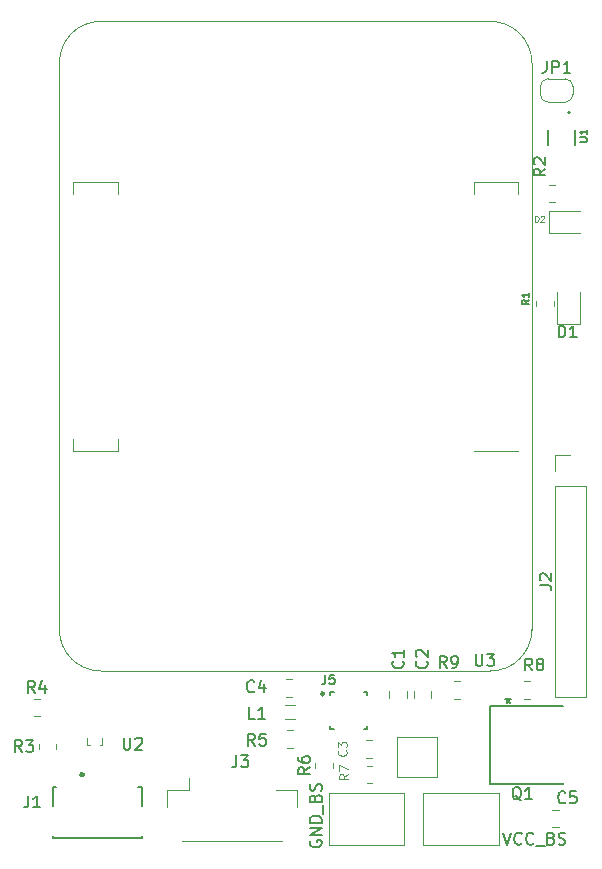
<source format=gbr>
G04 #@! TF.GenerationSoftware,KiCad,Pcbnew,(5.99.0-9568-gb9d26a55f2)*
G04 #@! TF.CreationDate,2021-03-17T08:28:42+01:00*
G04 #@! TF.ProjectId,rpi_cm4_drone_carrier_v01,7270695f-636d-4345-9f64-726f6e655f63,v01*
G04 #@! TF.SameCoordinates,Original*
G04 #@! TF.FileFunction,Legend,Top*
G04 #@! TF.FilePolarity,Positive*
%FSLAX46Y46*%
G04 Gerber Fmt 4.6, Leading zero omitted, Abs format (unit mm)*
G04 Created by KiCad (PCBNEW (5.99.0-9568-gb9d26a55f2)) date 2021-03-17 08:28:42*
%MOMM*%
%LPD*%
G01*
G04 APERTURE LIST*
%ADD10C,0.150000*%
%ADD11C,0.160000*%
%ADD12C,0.120000*%
%ADD13C,0.125000*%
%ADD14C,0.127000*%
%ADD15C,0.200000*%
%ADD16C,0.249999*%
%ADD17C,0.300000*%
G04 APERTURE END LIST*
D10*
X164059523Y-147202380D02*
X164392857Y-148202380D01*
X164726190Y-147202380D01*
X165630952Y-148107142D02*
X165583333Y-148154761D01*
X165440476Y-148202380D01*
X165345238Y-148202380D01*
X165202380Y-148154761D01*
X165107142Y-148059523D01*
X165059523Y-147964285D01*
X165011904Y-147773809D01*
X165011904Y-147630952D01*
X165059523Y-147440476D01*
X165107142Y-147345238D01*
X165202380Y-147250000D01*
X165345238Y-147202380D01*
X165440476Y-147202380D01*
X165583333Y-147250000D01*
X165630952Y-147297619D01*
X166630952Y-148107142D02*
X166583333Y-148154761D01*
X166440476Y-148202380D01*
X166345238Y-148202380D01*
X166202380Y-148154761D01*
X166107142Y-148059523D01*
X166059523Y-147964285D01*
X166011904Y-147773809D01*
X166011904Y-147630952D01*
X166059523Y-147440476D01*
X166107142Y-147345238D01*
X166202380Y-147250000D01*
X166345238Y-147202380D01*
X166440476Y-147202380D01*
X166583333Y-147250000D01*
X166630952Y-147297619D01*
X166821428Y-148297619D02*
X167583333Y-148297619D01*
X168154761Y-147678571D02*
X168297619Y-147726190D01*
X168345238Y-147773809D01*
X168392857Y-147869047D01*
X168392857Y-148011904D01*
X168345238Y-148107142D01*
X168297619Y-148154761D01*
X168202380Y-148202380D01*
X167821428Y-148202380D01*
X167821428Y-147202380D01*
X168154761Y-147202380D01*
X168250000Y-147250000D01*
X168297619Y-147297619D01*
X168345238Y-147392857D01*
X168345238Y-147488095D01*
X168297619Y-147583333D01*
X168250000Y-147630952D01*
X168154761Y-147678571D01*
X167821428Y-147678571D01*
X168773809Y-148154761D02*
X168916666Y-148202380D01*
X169154761Y-148202380D01*
X169250000Y-148154761D01*
X169297619Y-148107142D01*
X169345238Y-148011904D01*
X169345238Y-147916666D01*
X169297619Y-147821428D01*
X169250000Y-147773809D01*
X169154761Y-147726190D01*
X168964285Y-147678571D01*
X168869047Y-147630952D01*
X168821428Y-147583333D01*
X168773809Y-147488095D01*
X168773809Y-147392857D01*
X168821428Y-147297619D01*
X168869047Y-147250000D01*
X168964285Y-147202380D01*
X169202380Y-147202380D01*
X169345238Y-147250000D01*
X147750000Y-147869047D02*
X147702380Y-147964285D01*
X147702380Y-148107142D01*
X147750000Y-148250000D01*
X147845238Y-148345238D01*
X147940476Y-148392857D01*
X148130952Y-148440476D01*
X148273809Y-148440476D01*
X148464285Y-148392857D01*
X148559523Y-148345238D01*
X148654761Y-148250000D01*
X148702380Y-148107142D01*
X148702380Y-148011904D01*
X148654761Y-147869047D01*
X148607142Y-147821428D01*
X148273809Y-147821428D01*
X148273809Y-148011904D01*
X148702380Y-147392857D02*
X147702380Y-147392857D01*
X148702380Y-146821428D01*
X147702380Y-146821428D01*
X148702380Y-146345238D02*
X147702380Y-146345238D01*
X147702380Y-146107142D01*
X147750000Y-145964285D01*
X147845238Y-145869047D01*
X147940476Y-145821428D01*
X148130952Y-145773809D01*
X148273809Y-145773809D01*
X148464285Y-145821428D01*
X148559523Y-145869047D01*
X148654761Y-145964285D01*
X148702380Y-146107142D01*
X148702380Y-146345238D01*
X148797619Y-145583333D02*
X148797619Y-144821428D01*
X148178571Y-144250000D02*
X148226190Y-144107142D01*
X148273809Y-144059523D01*
X148369047Y-144011904D01*
X148511904Y-144011904D01*
X148607142Y-144059523D01*
X148654761Y-144107142D01*
X148702380Y-144202380D01*
X148702380Y-144583333D01*
X147702380Y-144583333D01*
X147702380Y-144250000D01*
X147750000Y-144154761D01*
X147797619Y-144107142D01*
X147892857Y-144059523D01*
X147988095Y-144059523D01*
X148083333Y-144107142D01*
X148130952Y-144154761D01*
X148178571Y-144250000D01*
X148178571Y-144583333D01*
X148654761Y-143630952D02*
X148702380Y-143488095D01*
X148702380Y-143250000D01*
X148654761Y-143154761D01*
X148607142Y-143107142D01*
X148511904Y-143059523D01*
X148416666Y-143059523D01*
X148321428Y-143107142D01*
X148273809Y-143154761D01*
X148226190Y-143250000D01*
X148178571Y-143440476D01*
X148130952Y-143535714D01*
X148083333Y-143583333D01*
X147988095Y-143630952D01*
X147892857Y-143630952D01*
X147797619Y-143583333D01*
X147750000Y-143535714D01*
X147702380Y-143440476D01*
X147702380Y-143202380D01*
X147750000Y-143059523D01*
X143059330Y-139821378D02*
X142725997Y-139345188D01*
X142487901Y-139821378D02*
X142487901Y-138821378D01*
X142868854Y-138821378D01*
X142964092Y-138868998D01*
X143011711Y-138916617D01*
X143059330Y-139011855D01*
X143059330Y-139154712D01*
X143011711Y-139249950D01*
X142964092Y-139297569D01*
X142868854Y-139345188D01*
X142487901Y-139345188D01*
X143964092Y-138821378D02*
X143487901Y-138821378D01*
X143440282Y-139297569D01*
X143487901Y-139249950D01*
X143583139Y-139202331D01*
X143821235Y-139202331D01*
X143916473Y-139249950D01*
X143964092Y-139297569D01*
X144011711Y-139392807D01*
X144011711Y-139630902D01*
X143964092Y-139726140D01*
X143916473Y-139773759D01*
X143821235Y-139821378D01*
X143583139Y-139821378D01*
X143487901Y-139773759D01*
X143440282Y-139726140D01*
D11*
X170549523Y-88687619D02*
X171067619Y-88687619D01*
X171128571Y-88657142D01*
X171159047Y-88626666D01*
X171189523Y-88565714D01*
X171189523Y-88443809D01*
X171159047Y-88382857D01*
X171128571Y-88352380D01*
X171067619Y-88321904D01*
X170549523Y-88321904D01*
X171189523Y-87681904D02*
X171189523Y-88047619D01*
X171189523Y-87864761D02*
X170549523Y-87864761D01*
X170640952Y-87925714D01*
X170701904Y-87986666D01*
X170732380Y-88047619D01*
D12*
X150767857Y-140225000D02*
X150803571Y-140260714D01*
X150839285Y-140367857D01*
X150839285Y-140439285D01*
X150803571Y-140546428D01*
X150732142Y-140617857D01*
X150660714Y-140653571D01*
X150517857Y-140689285D01*
X150410714Y-140689285D01*
X150267857Y-140653571D01*
X150196428Y-140617857D01*
X150125000Y-140546428D01*
X150089285Y-140439285D01*
X150089285Y-140367857D01*
X150125000Y-140260714D01*
X150160714Y-140225000D01*
X150089285Y-139975000D02*
X150089285Y-139510714D01*
X150375000Y-139760714D01*
X150375000Y-139653571D01*
X150410714Y-139582142D01*
X150446428Y-139546428D01*
X150517857Y-139510714D01*
X150696428Y-139510714D01*
X150767857Y-139546428D01*
X150803571Y-139582142D01*
X150839285Y-139653571D01*
X150839285Y-139867857D01*
X150803571Y-139939285D01*
X150767857Y-139975000D01*
D13*
X166780952Y-95476190D02*
X166780952Y-94976190D01*
X166900000Y-94976190D01*
X166971428Y-95000000D01*
X167019047Y-95047619D01*
X167042857Y-95095238D01*
X167066666Y-95190476D01*
X167066666Y-95261904D01*
X167042857Y-95357142D01*
X167019047Y-95404761D01*
X166971428Y-95452380D01*
X166900000Y-95476190D01*
X166780952Y-95476190D01*
X167257142Y-95023809D02*
X167280952Y-95000000D01*
X167328571Y-94976190D01*
X167447619Y-94976190D01*
X167495238Y-95000000D01*
X167519047Y-95023809D01*
X167542857Y-95071428D01*
X167542857Y-95119047D01*
X167519047Y-95190476D01*
X167233333Y-95476190D01*
X167542857Y-95476190D01*
D10*
X141491666Y-140652380D02*
X141491666Y-141366666D01*
X141444047Y-141509523D01*
X141348809Y-141604761D01*
X141205952Y-141652380D01*
X141110714Y-141652380D01*
X141872619Y-140652380D02*
X142491666Y-140652380D01*
X142158333Y-141033333D01*
X142301190Y-141033333D01*
X142396428Y-141080952D01*
X142444047Y-141128571D01*
X142491666Y-141223809D01*
X142491666Y-141461904D01*
X142444047Y-141557142D01*
X142396428Y-141604761D01*
X142301190Y-141652380D01*
X142015476Y-141652380D01*
X141920238Y-141604761D01*
X141872619Y-141557142D01*
X167766666Y-81852380D02*
X167766666Y-82566666D01*
X167719047Y-82709523D01*
X167623809Y-82804761D01*
X167480952Y-82852380D01*
X167385714Y-82852380D01*
X168242857Y-82852380D02*
X168242857Y-81852380D01*
X168623809Y-81852380D01*
X168719047Y-81900000D01*
X168766666Y-81947619D01*
X168814285Y-82042857D01*
X168814285Y-82185714D01*
X168766666Y-82280952D01*
X168719047Y-82328571D01*
X168623809Y-82376190D01*
X168242857Y-82376190D01*
X169766666Y-82852380D02*
X169195238Y-82852380D01*
X169480952Y-82852380D02*
X169480952Y-81852380D01*
X169385714Y-81995238D01*
X169290476Y-82090476D01*
X169195238Y-82138095D01*
X161738095Y-132052380D02*
X161738095Y-132861904D01*
X161785714Y-132957142D01*
X161833333Y-133004761D01*
X161928571Y-133052380D01*
X162119047Y-133052380D01*
X162214285Y-133004761D01*
X162261904Y-132957142D01*
X162309523Y-132861904D01*
X162309523Y-132052380D01*
X162690476Y-132052380D02*
X163309523Y-132052380D01*
X162976190Y-132433333D01*
X163119047Y-132433333D01*
X163214285Y-132480952D01*
X163261904Y-132528571D01*
X163309523Y-132623809D01*
X163309523Y-132861904D01*
X163261904Y-132957142D01*
X163214285Y-133004761D01*
X163119047Y-133052380D01*
X162833333Y-133052380D01*
X162738095Y-133004761D01*
X162690476Y-132957142D01*
X164500000Y-135752380D02*
X164500000Y-135990476D01*
X164261904Y-135895238D02*
X164500000Y-135990476D01*
X164738095Y-135895238D01*
X164357142Y-136180952D02*
X164500000Y-135990476D01*
X164642857Y-136180952D01*
X149016548Y-133811904D02*
X149016548Y-134383333D01*
X148978452Y-134497619D01*
X148902262Y-134573809D01*
X148787976Y-134611905D01*
X148711785Y-134611905D01*
X149778453Y-133811904D02*
X149397501Y-133811904D01*
X149359405Y-134192857D01*
X149397501Y-134154761D01*
X149473691Y-134116666D01*
X149664168Y-134116666D01*
X149740358Y-134154761D01*
X149778453Y-134192857D01*
X149816549Y-134269047D01*
X149816549Y-134459524D01*
X149778453Y-134535714D01*
X149740358Y-134573809D01*
X149664168Y-134611905D01*
X149473691Y-134611905D01*
X149397501Y-134573809D01*
X149359405Y-134535714D01*
X169333333Y-144607142D02*
X169285714Y-144654761D01*
X169142857Y-144702380D01*
X169047619Y-144702380D01*
X168904761Y-144654761D01*
X168809523Y-144559523D01*
X168761904Y-144464285D01*
X168714285Y-144273809D01*
X168714285Y-144130952D01*
X168761904Y-143940476D01*
X168809523Y-143845238D01*
X168904761Y-143750000D01*
X169047619Y-143702380D01*
X169142857Y-143702380D01*
X169285714Y-143750000D01*
X169333333Y-143797619D01*
X170238095Y-143702380D02*
X169761904Y-143702380D01*
X169714285Y-144178571D01*
X169761904Y-144130952D01*
X169857142Y-144083333D01*
X170095238Y-144083333D01*
X170190476Y-144130952D01*
X170238095Y-144178571D01*
X170285714Y-144273809D01*
X170285714Y-144511904D01*
X170238095Y-144607142D01*
X170190476Y-144654761D01*
X170095238Y-144702380D01*
X169857142Y-144702380D01*
X169761904Y-144654761D01*
X169714285Y-144607142D01*
X168761904Y-105252380D02*
X168761904Y-104252380D01*
X169000000Y-104252380D01*
X169142857Y-104300000D01*
X169238095Y-104395238D01*
X169285714Y-104490476D01*
X169333333Y-104680952D01*
X169333333Y-104823809D01*
X169285714Y-105014285D01*
X169238095Y-105109523D01*
X169142857Y-105204761D01*
X169000000Y-105252380D01*
X168761904Y-105252380D01*
X170285714Y-105252380D02*
X169714285Y-105252380D01*
X170000000Y-105252380D02*
X170000000Y-104252380D01*
X169904761Y-104395238D01*
X169809523Y-104490476D01*
X169714285Y-104538095D01*
X123866362Y-144051880D02*
X123866362Y-144766818D01*
X123818699Y-144909806D01*
X123723374Y-145005131D01*
X123580387Y-145052793D01*
X123485062Y-145052793D01*
X124867275Y-145052793D02*
X124295325Y-145052793D01*
X124581300Y-145052793D02*
X124581300Y-144051880D01*
X124485975Y-144194868D01*
X124390650Y-144290193D01*
X124295325Y-144337856D01*
X157587142Y-132666666D02*
X157634761Y-132714285D01*
X157682380Y-132857142D01*
X157682380Y-132952380D01*
X157634761Y-133095238D01*
X157539523Y-133190476D01*
X157444285Y-133238095D01*
X157253809Y-133285714D01*
X157110952Y-133285714D01*
X156920476Y-133238095D01*
X156825238Y-133190476D01*
X156730000Y-133095238D01*
X156682380Y-132952380D01*
X156682380Y-132857142D01*
X156730000Y-132714285D01*
X156777619Y-132666666D01*
X156777619Y-132285714D02*
X156730000Y-132238095D01*
X156682380Y-132142857D01*
X156682380Y-131904761D01*
X156730000Y-131809523D01*
X156777619Y-131761904D01*
X156872857Y-131714285D01*
X156968095Y-131714285D01*
X157110952Y-131761904D01*
X157682380Y-132333333D01*
X157682380Y-131714285D01*
X147702380Y-141666666D02*
X147226190Y-142000000D01*
X147702380Y-142238095D02*
X146702380Y-142238095D01*
X146702380Y-141857142D01*
X146750000Y-141761904D01*
X146797619Y-141714285D01*
X146892857Y-141666666D01*
X147035714Y-141666666D01*
X147130952Y-141714285D01*
X147178571Y-141761904D01*
X147226190Y-141857142D01*
X147226190Y-142238095D01*
X146702380Y-140809523D02*
X146702380Y-141000000D01*
X146750000Y-141095238D01*
X146797619Y-141142857D01*
X146940476Y-141238095D01*
X147130952Y-141285714D01*
X147511904Y-141285714D01*
X147607142Y-141238095D01*
X147654761Y-141190476D01*
X147702380Y-141095238D01*
X147702380Y-140904761D01*
X147654761Y-140809523D01*
X147607142Y-140761904D01*
X147511904Y-140714285D01*
X147273809Y-140714285D01*
X147178571Y-140761904D01*
X147130952Y-140809523D01*
X147083333Y-140904761D01*
X147083333Y-141095238D01*
X147130952Y-141190476D01*
X147178571Y-141238095D01*
X147273809Y-141285714D01*
X159283333Y-133252380D02*
X158950000Y-132776190D01*
X158711904Y-133252380D02*
X158711904Y-132252380D01*
X159092857Y-132252380D01*
X159188095Y-132300000D01*
X159235714Y-132347619D01*
X159283333Y-132442857D01*
X159283333Y-132585714D01*
X159235714Y-132680952D01*
X159188095Y-132728571D01*
X159092857Y-132776190D01*
X158711904Y-132776190D01*
X159759523Y-133252380D02*
X159950000Y-133252380D01*
X160045238Y-133204761D01*
X160092857Y-133157142D01*
X160188095Y-133014285D01*
X160235714Y-132823809D01*
X160235714Y-132442857D01*
X160188095Y-132347619D01*
X160140476Y-132300000D01*
X160045238Y-132252380D01*
X159854761Y-132252380D01*
X159759523Y-132300000D01*
X159711904Y-132347619D01*
X159664285Y-132442857D01*
X159664285Y-132680952D01*
X159711904Y-132776190D01*
X159759523Y-132823809D01*
X159854761Y-132871428D01*
X160045238Y-132871428D01*
X160140476Y-132823809D01*
X160188095Y-132776190D01*
X160235714Y-132680952D01*
X124433333Y-135352380D02*
X124100000Y-134876190D01*
X123861904Y-135352380D02*
X123861904Y-134352380D01*
X124242857Y-134352380D01*
X124338095Y-134400000D01*
X124385714Y-134447619D01*
X124433333Y-134542857D01*
X124433333Y-134685714D01*
X124385714Y-134780952D01*
X124338095Y-134828571D01*
X124242857Y-134876190D01*
X123861904Y-134876190D01*
X125290476Y-134685714D02*
X125290476Y-135352380D01*
X125052380Y-134304761D02*
X124814285Y-135019047D01*
X125433333Y-135019047D01*
X167652380Y-90966666D02*
X167176190Y-91300000D01*
X167652380Y-91538095D02*
X166652380Y-91538095D01*
X166652380Y-91157142D01*
X166700000Y-91061904D01*
X166747619Y-91014285D01*
X166842857Y-90966666D01*
X166985714Y-90966666D01*
X167080952Y-91014285D01*
X167128571Y-91061904D01*
X167176190Y-91157142D01*
X167176190Y-91538095D01*
X166747619Y-90585714D02*
X166700000Y-90538095D01*
X166652380Y-90442857D01*
X166652380Y-90204761D01*
X166700000Y-90109523D01*
X166747619Y-90061904D01*
X166842857Y-90014285D01*
X166938095Y-90014285D01*
X167080952Y-90061904D01*
X167652380Y-90633333D01*
X167652380Y-90014285D01*
X166533333Y-133452380D02*
X166200000Y-132976190D01*
X165961904Y-133452380D02*
X165961904Y-132452380D01*
X166342857Y-132452380D01*
X166438095Y-132500000D01*
X166485714Y-132547619D01*
X166533333Y-132642857D01*
X166533333Y-132785714D01*
X166485714Y-132880952D01*
X166438095Y-132928571D01*
X166342857Y-132976190D01*
X165961904Y-132976190D01*
X167104761Y-132880952D02*
X167009523Y-132833333D01*
X166961904Y-132785714D01*
X166914285Y-132690476D01*
X166914285Y-132642857D01*
X166961904Y-132547619D01*
X167009523Y-132500000D01*
X167104761Y-132452380D01*
X167295238Y-132452380D01*
X167390476Y-132500000D01*
X167438095Y-132547619D01*
X167485714Y-132642857D01*
X167485714Y-132690476D01*
X167438095Y-132785714D01*
X167390476Y-132833333D01*
X167295238Y-132880952D01*
X167104761Y-132880952D01*
X167009523Y-132928571D01*
X166961904Y-132976190D01*
X166914285Y-133071428D01*
X166914285Y-133261904D01*
X166961904Y-133357142D01*
X167009523Y-133404761D01*
X167104761Y-133452380D01*
X167295238Y-133452380D01*
X167390476Y-133404761D01*
X167438095Y-133357142D01*
X167485714Y-133261904D01*
X167485714Y-133071428D01*
X167438095Y-132976190D01*
X167390476Y-132928571D01*
X167295238Y-132880952D01*
X142989332Y-135205542D02*
X142941713Y-135253161D01*
X142798856Y-135300780D01*
X142703618Y-135300780D01*
X142560760Y-135253161D01*
X142465522Y-135157923D01*
X142417903Y-135062685D01*
X142370284Y-134872209D01*
X142370284Y-134729352D01*
X142417903Y-134538876D01*
X142465522Y-134443638D01*
X142560760Y-134348400D01*
X142703618Y-134300780D01*
X142798856Y-134300780D01*
X142941713Y-134348400D01*
X142989332Y-134396019D01*
X143846475Y-134634114D02*
X143846475Y-135300780D01*
X143608379Y-134253161D02*
X143370284Y-134967447D01*
X143989332Y-134967447D01*
X123333333Y-140352380D02*
X123000000Y-139876190D01*
X122761904Y-140352380D02*
X122761904Y-139352380D01*
X123142857Y-139352380D01*
X123238095Y-139400000D01*
X123285714Y-139447619D01*
X123333333Y-139542857D01*
X123333333Y-139685714D01*
X123285714Y-139780952D01*
X123238095Y-139828571D01*
X123142857Y-139876190D01*
X122761904Y-139876190D01*
X123666666Y-139352380D02*
X124285714Y-139352380D01*
X123952380Y-139733333D01*
X124095238Y-139733333D01*
X124190476Y-139780952D01*
X124238095Y-139828571D01*
X124285714Y-139923809D01*
X124285714Y-140161904D01*
X124238095Y-140257142D01*
X124190476Y-140304761D01*
X124095238Y-140352380D01*
X123809523Y-140352380D01*
X123714285Y-140304761D01*
X123666666Y-140257142D01*
X166271428Y-102100000D02*
X165985714Y-102300000D01*
X166271428Y-102442857D02*
X165671428Y-102442857D01*
X165671428Y-102214285D01*
X165700000Y-102157142D01*
X165728571Y-102128571D01*
X165785714Y-102100000D01*
X165871428Y-102100000D01*
X165928571Y-102128571D01*
X165957142Y-102157142D01*
X165985714Y-102214285D01*
X165985714Y-102442857D01*
X166271428Y-101528571D02*
X166271428Y-101871428D01*
X166271428Y-101700000D02*
X165671428Y-101700000D01*
X165757142Y-101757142D01*
X165814285Y-101814285D01*
X165842857Y-101871428D01*
X143059330Y-137535378D02*
X142583139Y-137535378D01*
X142583139Y-136535378D01*
X143916473Y-137535378D02*
X143345044Y-137535378D01*
X143630758Y-137535378D02*
X143630758Y-136535378D01*
X143535520Y-136678236D01*
X143440282Y-136773474D01*
X143345044Y-136821093D01*
D12*
X150939285Y-142225000D02*
X150582142Y-142475000D01*
X150939285Y-142653571D02*
X150189285Y-142653571D01*
X150189285Y-142367857D01*
X150225000Y-142296428D01*
X150260714Y-142260714D01*
X150332142Y-142225000D01*
X150439285Y-142225000D01*
X150510714Y-142260714D01*
X150546428Y-142296428D01*
X150582142Y-142367857D01*
X150582142Y-142653571D01*
X150189285Y-141975000D02*
X150189285Y-141475000D01*
X150939285Y-141796428D01*
D10*
X155567142Y-132666666D02*
X155614761Y-132714285D01*
X155662380Y-132857142D01*
X155662380Y-132952380D01*
X155614761Y-133095238D01*
X155519523Y-133190476D01*
X155424285Y-133238095D01*
X155233809Y-133285714D01*
X155090952Y-133285714D01*
X154900476Y-133238095D01*
X154805238Y-133190476D01*
X154710000Y-133095238D01*
X154662380Y-132952380D01*
X154662380Y-132857142D01*
X154710000Y-132714285D01*
X154757619Y-132666666D01*
X155662380Y-131714285D02*
X155662380Y-132285714D01*
X155662380Y-132000000D02*
X154662380Y-132000000D01*
X154805238Y-132095238D01*
X154900476Y-132190476D01*
X154948095Y-132285714D01*
X165602261Y-144447619D02*
X165507023Y-144400000D01*
X165411785Y-144304761D01*
X165268928Y-144161904D01*
X165173690Y-144114285D01*
X165078452Y-144114285D01*
X165126071Y-144352380D02*
X165030833Y-144304761D01*
X164935595Y-144209523D01*
X164887976Y-144019047D01*
X164887976Y-143685714D01*
X164935595Y-143495238D01*
X165030833Y-143400000D01*
X165126071Y-143352380D01*
X165316547Y-143352380D01*
X165411785Y-143400000D01*
X165507023Y-143495238D01*
X165554642Y-143685714D01*
X165554642Y-144019047D01*
X165507023Y-144209523D01*
X165411785Y-144304761D01*
X165316547Y-144352380D01*
X165126071Y-144352380D01*
X166507023Y-144352380D02*
X165935595Y-144352380D01*
X166221309Y-144352380D02*
X166221309Y-143352380D01*
X166126071Y-143495238D01*
X166030833Y-143590476D01*
X165935595Y-143638095D01*
X167152380Y-126233333D02*
X167866666Y-126233333D01*
X168009523Y-126280952D01*
X168104761Y-126376190D01*
X168152380Y-126519047D01*
X168152380Y-126614285D01*
X167247619Y-125804761D02*
X167200000Y-125757142D01*
X167152380Y-125661904D01*
X167152380Y-125423809D01*
X167200000Y-125328571D01*
X167247619Y-125280952D01*
X167342857Y-125233333D01*
X167438095Y-125233333D01*
X167580952Y-125280952D01*
X168152380Y-125852380D01*
X168152380Y-125233333D01*
X131938095Y-139152380D02*
X131938095Y-139961904D01*
X131985714Y-140057142D01*
X132033333Y-140104761D01*
X132128571Y-140152380D01*
X132319047Y-140152380D01*
X132414285Y-140104761D01*
X132461904Y-140057142D01*
X132509523Y-139961904D01*
X132509523Y-139152380D01*
X132938095Y-139247619D02*
X132985714Y-139200000D01*
X133080952Y-139152380D01*
X133319047Y-139152380D01*
X133414285Y-139200000D01*
X133461904Y-139247619D01*
X133509523Y-139342857D01*
X133509523Y-139438095D01*
X133461904Y-139580952D01*
X132890476Y-140152380D01*
X133509523Y-140152380D01*
D12*
X145792933Y-138532398D02*
X146247061Y-138532398D01*
X145792933Y-140002398D02*
X146247061Y-140002398D01*
D14*
X170170000Y-87707500D02*
X170170000Y-88957500D01*
X167830000Y-88957500D02*
X167830000Y-87707500D01*
D15*
X169750000Y-86232500D02*
G75*
G03*
X169750000Y-86232500I-100000J0D01*
G01*
D12*
X152961252Y-139365000D02*
X152438748Y-139365000D01*
X152961252Y-140835000D02*
X152438748Y-140835000D01*
X170600000Y-94540000D02*
X167915000Y-94540000D01*
X167915000Y-96460000D02*
X170600000Y-96460000D01*
X167915000Y-94540000D02*
X167915000Y-96460000D01*
X136910000Y-147860000D02*
X145340000Y-147860000D01*
X137440000Y-143590000D02*
X137440000Y-142600000D01*
X146610000Y-143590000D02*
X144810000Y-143590000D01*
X146610000Y-145040000D02*
X146610000Y-143590000D01*
X135640000Y-145040000D02*
X135640000Y-143590000D01*
X135640000Y-143590000D02*
X137440000Y-143590000D01*
X167200000Y-84650000D02*
X167200000Y-84050000D01*
X170000000Y-84050000D02*
X170000000Y-84650000D01*
X167900000Y-83350000D02*
X169300000Y-83350000D01*
X169300000Y-85350000D02*
X167900000Y-85350000D01*
X167900000Y-85350000D02*
G75*
G02*
X167200000Y-84650000I0J700000D01*
G01*
X170000000Y-84650000D02*
G75*
G02*
X169300000Y-85350000I-700000J0D01*
G01*
X169300000Y-83350000D02*
G75*
G02*
X170000000Y-84050000I0J-700000D01*
G01*
X167200000Y-84050000D02*
G75*
G02*
X167900000Y-83350000I700000J0D01*
G01*
D10*
X152289999Y-135274999D02*
X152574997Y-135274999D01*
X152574997Y-138424998D02*
X152574997Y-138140000D01*
X149424998Y-138424998D02*
X149709999Y-138424998D01*
X149424998Y-135560000D02*
X149424998Y-135274999D01*
X149424998Y-135274999D02*
X149709999Y-135274999D01*
X152574997Y-135560000D02*
X152574997Y-135274999D01*
X149424998Y-138424998D02*
X149424998Y-138140000D01*
X152289999Y-138424998D02*
X152574997Y-138424998D01*
D16*
X148899998Y-135424999D02*
G75*
G03*
X148899998Y-135424999I-125001J0D01*
G01*
D12*
X168238748Y-145265000D02*
X168761252Y-145265000D01*
X168238748Y-146735000D02*
X168761252Y-146735000D01*
X168640000Y-101412500D02*
X168640000Y-104097500D01*
X168640000Y-104097500D02*
X170560000Y-104097500D01*
X170560000Y-104097500D02*
X170560000Y-101412500D01*
D14*
X133468250Y-144892500D02*
X133468250Y-143312500D01*
X125968250Y-143312500D02*
X126239250Y-143312500D01*
X133468250Y-147612500D02*
X133468250Y-147432500D01*
X125968250Y-144892500D02*
X125968250Y-143312500D01*
X125968250Y-147612500D02*
X133468250Y-147612500D01*
X133468250Y-143312500D02*
X133197250Y-143312500D01*
X125968250Y-147432500D02*
X125968250Y-147612500D01*
D17*
X128518250Y-142262500D02*
G75*
G03*
X128518250Y-142262500I-100000J0D01*
G01*
D12*
X157985000Y-135761252D02*
X157985000Y-135238748D01*
X156515000Y-135761252D02*
X156515000Y-135238748D01*
X149635000Y-141727064D02*
X149635000Y-141272936D01*
X148165000Y-141727064D02*
X148165000Y-141272936D01*
X159922936Y-134365000D02*
X160377064Y-134365000D01*
X159922936Y-135835000D02*
X160377064Y-135835000D01*
X158450000Y-142450000D02*
X155050000Y-142450000D01*
X158450000Y-139050000D02*
X158450000Y-142450000D01*
X155050000Y-142450000D02*
X155050000Y-139050000D01*
X155050000Y-139050000D02*
X158450000Y-139050000D01*
X124827064Y-135877500D02*
X124372936Y-135877500D01*
X124827064Y-137347500D02*
X124372936Y-137347500D01*
X168427064Y-92365000D02*
X167972936Y-92365000D01*
X168427064Y-93835000D02*
X167972936Y-93835000D01*
X157300000Y-148200000D02*
X157300000Y-143800000D01*
X157300000Y-143800000D02*
X163700000Y-143800000D01*
X163700000Y-143800000D02*
X163700000Y-148200000D01*
X163700000Y-148200000D02*
X157300000Y-148200000D01*
X155700000Y-148200000D02*
X149300000Y-148200000D01*
X149300000Y-148200000D02*
X149300000Y-143800000D01*
X155700000Y-143800000D02*
X155700000Y-148200000D01*
X149300000Y-143800000D02*
X155700000Y-143800000D01*
X165872936Y-135835000D02*
X166327064Y-135835000D01*
X165872936Y-134365000D02*
X166327064Y-134365000D01*
X145688747Y-135685000D02*
X146211251Y-135685000D01*
X145688747Y-134215000D02*
X146211251Y-134215000D01*
X124765000Y-140139564D02*
X124765000Y-139685436D01*
X126235000Y-140139564D02*
X126235000Y-139685436D01*
X168335000Y-102185436D02*
X168335000Y-102639564D01*
X166865000Y-102185436D02*
X166865000Y-102639564D01*
X146423919Y-136421398D02*
X145624675Y-136421398D01*
X146423919Y-137541398D02*
X145624675Y-137541398D01*
X152522936Y-142985000D02*
X152977064Y-142985000D01*
X152522936Y-141515000D02*
X152977064Y-141515000D01*
X155915000Y-135761252D02*
X155915000Y-135238748D01*
X154445000Y-135761252D02*
X154445000Y-135238748D01*
D10*
X169140000Y-143025000D02*
X169140000Y-143075000D01*
X162920000Y-143075000D02*
X169140000Y-143075000D01*
X162920000Y-136425000D02*
X169140000Y-136425000D01*
X169140000Y-136425000D02*
X169140000Y-136475000D01*
X162920000Y-136425000D02*
X162920000Y-143075000D01*
D12*
X168420000Y-117845000D02*
X171080000Y-117845000D01*
X168420000Y-117845000D02*
X168420000Y-135685000D01*
X168420000Y-116575000D02*
X168420000Y-115245000D01*
X168420000Y-135685000D02*
X171080000Y-135685000D01*
X168420000Y-115245000D02*
X169750000Y-115245000D01*
X171080000Y-117845000D02*
X171080000Y-135685000D01*
X130150000Y-139200000D02*
X130150000Y-139750000D01*
X128850000Y-139200000D02*
X128850000Y-139750000D01*
X130150000Y-139750000D02*
X129950000Y-139750000D01*
X128850000Y-139750000D02*
X129050000Y-139750000D01*
X131430000Y-114900000D02*
X131430000Y-113900000D01*
X127650000Y-92100000D02*
X127650000Y-93100000D01*
X161570000Y-92100000D02*
X161570000Y-93100000D01*
X165350000Y-92100000D02*
X165350000Y-93100000D01*
X166500000Y-130000000D02*
X166500000Y-82000000D01*
X131430000Y-114900000D02*
X127650000Y-114900000D01*
X165350000Y-114900000D02*
X161570000Y-114900000D01*
X131430000Y-92100000D02*
X131430000Y-93100000D01*
X127650000Y-114900000D02*
X127650000Y-113900000D01*
X131430000Y-92100000D02*
X127650000Y-92100000D01*
X126500000Y-82000000D02*
X126500000Y-130000000D01*
X165350000Y-92100000D02*
X161570000Y-92100000D01*
X163000000Y-78500000D02*
X130000000Y-78500000D01*
X130000000Y-133500000D02*
X163000000Y-133500000D01*
X126500000Y-82000000D02*
G75*
G02*
X130000000Y-78500000I3500000J0D01*
G01*
X166500000Y-130000000D02*
G75*
G02*
X163000000Y-133500000I-3500000J0D01*
G01*
X163000000Y-78500000D02*
G75*
G02*
X166500000Y-82000000I0J-3500000D01*
G01*
X130000000Y-133500000D02*
G75*
G02*
X126500000Y-130000000I0J3500000D01*
G01*
M02*

</source>
